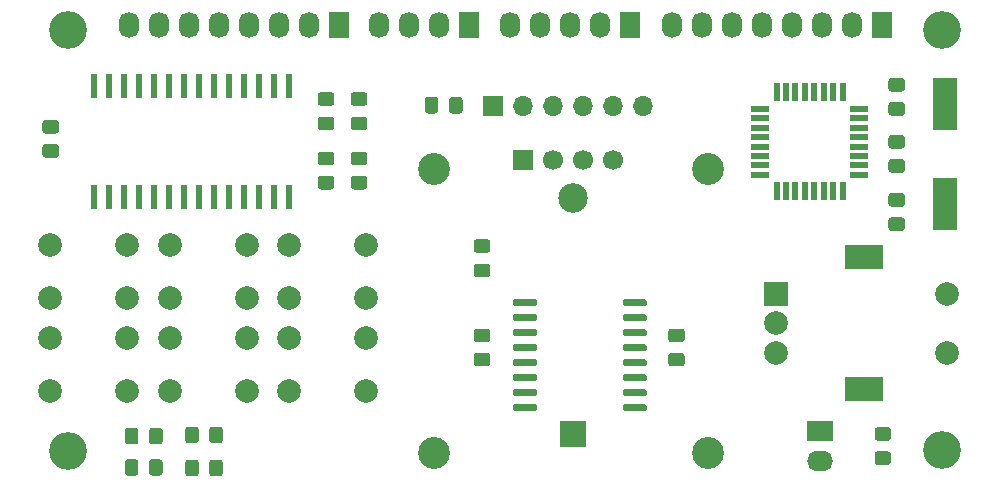
<source format=gbr>
G04 #@! TF.GenerationSoftware,KiCad,Pcbnew,(5.1.7)-1*
G04 #@! TF.CreationDate,2020-11-03T16:32:40+01:00*
G04 #@! TF.ProjectId,Timer,54696d65-722e-46b6-9963-61645f706362,rev?*
G04 #@! TF.SameCoordinates,Original*
G04 #@! TF.FileFunction,Soldermask,Top*
G04 #@! TF.FilePolarity,Negative*
%FSLAX46Y46*%
G04 Gerber Fmt 4.6, Leading zero omitted, Abs format (unit mm)*
G04 Created by KiCad (PCBNEW (5.1.7)-1) date 2020-11-03 16:32:40*
%MOMM*%
%LPD*%
G01*
G04 APERTURE LIST*
%ADD10O,1.700000X2.200000*%
%ADD11R,1.700000X2.200000*%
%ADD12R,0.550000X1.500000*%
%ADD13R,1.500000X0.550000*%
%ADD14C,2.000000*%
%ADD15R,2.000000X4.500000*%
%ADD16R,0.600000X2.000000*%
%ADD17C,2.700000*%
%ADD18R,1.700000X1.700000*%
%ADD19C,1.700000*%
%ADD20R,2.000000X2.000000*%
%ADD21R,3.200000X2.000000*%
%ADD22O,2.200000X1.700000*%
%ADD23R,2.200000X1.700000*%
%ADD24O,1.700000X1.700000*%
%ADD25C,3.200000*%
%ADD26C,2.500000*%
%ADD27R,2.170000X2.170000*%
G04 APERTURE END LIST*
D10*
X167195500Y-58928000D03*
X164655500Y-58928000D03*
X169735500Y-58928000D03*
X172275500Y-58928000D03*
X174815500Y-58928000D03*
X177355500Y-58928000D03*
X179895500Y-58928000D03*
D11*
X182435500Y-58928000D03*
D12*
X179076000Y-73034000D03*
X178276000Y-73034000D03*
X177476000Y-73034000D03*
X176676000Y-73034000D03*
X175876000Y-73034000D03*
X175076000Y-73034000D03*
X174276000Y-73034000D03*
X173476000Y-73034000D03*
D13*
X172076000Y-71634000D03*
X172076000Y-70834000D03*
X172076000Y-70034000D03*
X172076000Y-69234000D03*
X172076000Y-68434000D03*
X172076000Y-67634000D03*
X172076000Y-66834000D03*
X172076000Y-66034000D03*
D12*
X173476000Y-64634000D03*
X174276000Y-64634000D03*
X175076000Y-64634000D03*
X175876000Y-64634000D03*
X176676000Y-64634000D03*
X177476000Y-64634000D03*
X178276000Y-64634000D03*
D13*
X180476000Y-66034000D03*
X180476000Y-66834000D03*
X180476000Y-67634000D03*
X180476000Y-68434000D03*
X180476000Y-69234000D03*
X180476000Y-70034000D03*
X180476000Y-70834000D03*
X180476000Y-71634000D03*
D12*
X179076000Y-64634000D03*
G36*
G01*
X160443600Y-82605000D02*
X160443600Y-82305000D01*
G75*
G02*
X160593600Y-82155000I150000J0D01*
G01*
X162343600Y-82155000D01*
G75*
G02*
X162493600Y-82305000I0J-150000D01*
G01*
X162493600Y-82605000D01*
G75*
G02*
X162343600Y-82755000I-150000J0D01*
G01*
X160593600Y-82755000D01*
G75*
G02*
X160443600Y-82605000I0J150000D01*
G01*
G37*
G36*
G01*
X160443600Y-83875000D02*
X160443600Y-83575000D01*
G75*
G02*
X160593600Y-83425000I150000J0D01*
G01*
X162343600Y-83425000D01*
G75*
G02*
X162493600Y-83575000I0J-150000D01*
G01*
X162493600Y-83875000D01*
G75*
G02*
X162343600Y-84025000I-150000J0D01*
G01*
X160593600Y-84025000D01*
G75*
G02*
X160443600Y-83875000I0J150000D01*
G01*
G37*
G36*
G01*
X160443600Y-85145000D02*
X160443600Y-84845000D01*
G75*
G02*
X160593600Y-84695000I150000J0D01*
G01*
X162343600Y-84695000D01*
G75*
G02*
X162493600Y-84845000I0J-150000D01*
G01*
X162493600Y-85145000D01*
G75*
G02*
X162343600Y-85295000I-150000J0D01*
G01*
X160593600Y-85295000D01*
G75*
G02*
X160443600Y-85145000I0J150000D01*
G01*
G37*
G36*
G01*
X160443600Y-86415000D02*
X160443600Y-86115000D01*
G75*
G02*
X160593600Y-85965000I150000J0D01*
G01*
X162343600Y-85965000D01*
G75*
G02*
X162493600Y-86115000I0J-150000D01*
G01*
X162493600Y-86415000D01*
G75*
G02*
X162343600Y-86565000I-150000J0D01*
G01*
X160593600Y-86565000D01*
G75*
G02*
X160443600Y-86415000I0J150000D01*
G01*
G37*
G36*
G01*
X160443600Y-87685000D02*
X160443600Y-87385000D01*
G75*
G02*
X160593600Y-87235000I150000J0D01*
G01*
X162343600Y-87235000D01*
G75*
G02*
X162493600Y-87385000I0J-150000D01*
G01*
X162493600Y-87685000D01*
G75*
G02*
X162343600Y-87835000I-150000J0D01*
G01*
X160593600Y-87835000D01*
G75*
G02*
X160443600Y-87685000I0J150000D01*
G01*
G37*
G36*
G01*
X160443600Y-88955000D02*
X160443600Y-88655000D01*
G75*
G02*
X160593600Y-88505000I150000J0D01*
G01*
X162343600Y-88505000D01*
G75*
G02*
X162493600Y-88655000I0J-150000D01*
G01*
X162493600Y-88955000D01*
G75*
G02*
X162343600Y-89105000I-150000J0D01*
G01*
X160593600Y-89105000D01*
G75*
G02*
X160443600Y-88955000I0J150000D01*
G01*
G37*
G36*
G01*
X160443600Y-90225000D02*
X160443600Y-89925000D01*
G75*
G02*
X160593600Y-89775000I150000J0D01*
G01*
X162343600Y-89775000D01*
G75*
G02*
X162493600Y-89925000I0J-150000D01*
G01*
X162493600Y-90225000D01*
G75*
G02*
X162343600Y-90375000I-150000J0D01*
G01*
X160593600Y-90375000D01*
G75*
G02*
X160443600Y-90225000I0J150000D01*
G01*
G37*
G36*
G01*
X160443600Y-91495000D02*
X160443600Y-91195000D01*
G75*
G02*
X160593600Y-91045000I150000J0D01*
G01*
X162343600Y-91045000D01*
G75*
G02*
X162493600Y-91195000I0J-150000D01*
G01*
X162493600Y-91495000D01*
G75*
G02*
X162343600Y-91645000I-150000J0D01*
G01*
X160593600Y-91645000D01*
G75*
G02*
X160443600Y-91495000I0J150000D01*
G01*
G37*
G36*
G01*
X151143600Y-91495000D02*
X151143600Y-91195000D01*
G75*
G02*
X151293600Y-91045000I150000J0D01*
G01*
X153043600Y-91045000D01*
G75*
G02*
X153193600Y-91195000I0J-150000D01*
G01*
X153193600Y-91495000D01*
G75*
G02*
X153043600Y-91645000I-150000J0D01*
G01*
X151293600Y-91645000D01*
G75*
G02*
X151143600Y-91495000I0J150000D01*
G01*
G37*
G36*
G01*
X151143600Y-90225000D02*
X151143600Y-89925000D01*
G75*
G02*
X151293600Y-89775000I150000J0D01*
G01*
X153043600Y-89775000D01*
G75*
G02*
X153193600Y-89925000I0J-150000D01*
G01*
X153193600Y-90225000D01*
G75*
G02*
X153043600Y-90375000I-150000J0D01*
G01*
X151293600Y-90375000D01*
G75*
G02*
X151143600Y-90225000I0J150000D01*
G01*
G37*
G36*
G01*
X151143600Y-88955000D02*
X151143600Y-88655000D01*
G75*
G02*
X151293600Y-88505000I150000J0D01*
G01*
X153043600Y-88505000D01*
G75*
G02*
X153193600Y-88655000I0J-150000D01*
G01*
X153193600Y-88955000D01*
G75*
G02*
X153043600Y-89105000I-150000J0D01*
G01*
X151293600Y-89105000D01*
G75*
G02*
X151143600Y-88955000I0J150000D01*
G01*
G37*
G36*
G01*
X151143600Y-87685000D02*
X151143600Y-87385000D01*
G75*
G02*
X151293600Y-87235000I150000J0D01*
G01*
X153043600Y-87235000D01*
G75*
G02*
X153193600Y-87385000I0J-150000D01*
G01*
X153193600Y-87685000D01*
G75*
G02*
X153043600Y-87835000I-150000J0D01*
G01*
X151293600Y-87835000D01*
G75*
G02*
X151143600Y-87685000I0J150000D01*
G01*
G37*
G36*
G01*
X151143600Y-86415000D02*
X151143600Y-86115000D01*
G75*
G02*
X151293600Y-85965000I150000J0D01*
G01*
X153043600Y-85965000D01*
G75*
G02*
X153193600Y-86115000I0J-150000D01*
G01*
X153193600Y-86415000D01*
G75*
G02*
X153043600Y-86565000I-150000J0D01*
G01*
X151293600Y-86565000D01*
G75*
G02*
X151143600Y-86415000I0J150000D01*
G01*
G37*
G36*
G01*
X151143600Y-85145000D02*
X151143600Y-84845000D01*
G75*
G02*
X151293600Y-84695000I150000J0D01*
G01*
X153043600Y-84695000D01*
G75*
G02*
X153193600Y-84845000I0J-150000D01*
G01*
X153193600Y-85145000D01*
G75*
G02*
X153043600Y-85295000I-150000J0D01*
G01*
X151293600Y-85295000D01*
G75*
G02*
X151143600Y-85145000I0J150000D01*
G01*
G37*
G36*
G01*
X151143600Y-83875000D02*
X151143600Y-83575000D01*
G75*
G02*
X151293600Y-83425000I150000J0D01*
G01*
X153043600Y-83425000D01*
G75*
G02*
X153193600Y-83575000I0J-150000D01*
G01*
X153193600Y-83875000D01*
G75*
G02*
X153043600Y-84025000I-150000J0D01*
G01*
X151293600Y-84025000D01*
G75*
G02*
X151143600Y-83875000I0J150000D01*
G01*
G37*
G36*
G01*
X151143600Y-82605000D02*
X151143600Y-82305000D01*
G75*
G02*
X151293600Y-82155000I150000J0D01*
G01*
X153043600Y-82155000D01*
G75*
G02*
X153193600Y-82305000I0J-150000D01*
G01*
X153193600Y-82605000D01*
G75*
G02*
X153043600Y-82755000I-150000J0D01*
G01*
X151293600Y-82755000D01*
G75*
G02*
X151143600Y-82605000I0J150000D01*
G01*
G37*
G36*
G01*
X182923601Y-94148600D02*
X182023599Y-94148600D01*
G75*
G02*
X181773600Y-93898601I0J249999D01*
G01*
X181773600Y-93248599D01*
G75*
G02*
X182023599Y-92998600I249999J0D01*
G01*
X182923601Y-92998600D01*
G75*
G02*
X183173600Y-93248599I0J-249999D01*
G01*
X183173600Y-93898601D01*
G75*
G02*
X182923601Y-94148600I-249999J0D01*
G01*
G37*
G36*
G01*
X182923601Y-96198600D02*
X182023599Y-96198600D01*
G75*
G02*
X181773600Y-95948601I0J249999D01*
G01*
X181773600Y-95298599D01*
G75*
G02*
X182023599Y-95048600I249999J0D01*
G01*
X182923601Y-95048600D01*
G75*
G02*
X183173600Y-95298599I0J-249999D01*
G01*
X183173600Y-95948601D01*
G75*
G02*
X182923601Y-96198600I-249999J0D01*
G01*
G37*
G36*
G01*
X164543599Y-86699400D02*
X165443601Y-86699400D01*
G75*
G02*
X165693600Y-86949399I0J-249999D01*
G01*
X165693600Y-87599401D01*
G75*
G02*
X165443601Y-87849400I-249999J0D01*
G01*
X164543599Y-87849400D01*
G75*
G02*
X164293600Y-87599401I0J249999D01*
G01*
X164293600Y-86949399D01*
G75*
G02*
X164543599Y-86699400I249999J0D01*
G01*
G37*
G36*
G01*
X164543599Y-84649400D02*
X165443601Y-84649400D01*
G75*
G02*
X165693600Y-84899399I0J-249999D01*
G01*
X165693600Y-85549401D01*
G75*
G02*
X165443601Y-85799400I-249999J0D01*
G01*
X164543599Y-85799400D01*
G75*
G02*
X164293600Y-85549401I0J249999D01*
G01*
X164293600Y-84899399D01*
G75*
G02*
X164543599Y-84649400I249999J0D01*
G01*
G37*
G36*
G01*
X124550000Y-95999999D02*
X124550000Y-96900001D01*
G75*
G02*
X124300001Y-97150000I-249999J0D01*
G01*
X123649999Y-97150000D01*
G75*
G02*
X123400000Y-96900001I0J249999D01*
G01*
X123400000Y-95999999D01*
G75*
G02*
X123649999Y-95750000I249999J0D01*
G01*
X124300001Y-95750000D01*
G75*
G02*
X124550000Y-95999999I0J-249999D01*
G01*
G37*
G36*
G01*
X126600000Y-95999999D02*
X126600000Y-96900001D01*
G75*
G02*
X126350001Y-97150000I-249999J0D01*
G01*
X125699999Y-97150000D01*
G75*
G02*
X125450000Y-96900001I0J249999D01*
G01*
X125450000Y-95999999D01*
G75*
G02*
X125699999Y-95750000I249999J0D01*
G01*
X126350001Y-95750000D01*
G75*
G02*
X126600000Y-95999999I0J-249999D01*
G01*
G37*
G36*
G01*
X119450000Y-95949999D02*
X119450000Y-96850001D01*
G75*
G02*
X119200001Y-97100000I-249999J0D01*
G01*
X118549999Y-97100000D01*
G75*
G02*
X118300000Y-96850001I0J249999D01*
G01*
X118300000Y-95949999D01*
G75*
G02*
X118549999Y-95700000I249999J0D01*
G01*
X119200001Y-95700000D01*
G75*
G02*
X119450000Y-95949999I0J-249999D01*
G01*
G37*
G36*
G01*
X121500000Y-95949999D02*
X121500000Y-96850001D01*
G75*
G02*
X121250001Y-97100000I-249999J0D01*
G01*
X120599999Y-97100000D01*
G75*
G02*
X120350000Y-96850001I0J249999D01*
G01*
X120350000Y-95949999D01*
G75*
G02*
X120599999Y-95700000I249999J0D01*
G01*
X121250001Y-95700000D01*
G75*
G02*
X121500000Y-95949999I0J-249999D01*
G01*
G37*
G36*
G01*
X125450000Y-94100001D02*
X125450000Y-93199999D01*
G75*
G02*
X125699999Y-92950000I249999J0D01*
G01*
X126350001Y-92950000D01*
G75*
G02*
X126600000Y-93199999I0J-249999D01*
G01*
X126600000Y-94100001D01*
G75*
G02*
X126350001Y-94350000I-249999J0D01*
G01*
X125699999Y-94350000D01*
G75*
G02*
X125450000Y-94100001I0J249999D01*
G01*
G37*
G36*
G01*
X123400000Y-94100001D02*
X123400000Y-93199999D01*
G75*
G02*
X123649999Y-92950000I249999J0D01*
G01*
X124300001Y-92950000D01*
G75*
G02*
X124550000Y-93199999I0J-249999D01*
G01*
X124550000Y-94100001D01*
G75*
G02*
X124300001Y-94350000I-249999J0D01*
G01*
X123649999Y-94350000D01*
G75*
G02*
X123400000Y-94100001I0J249999D01*
G01*
G37*
G36*
G01*
X120350000Y-94200001D02*
X120350000Y-93299999D01*
G75*
G02*
X120599999Y-93050000I249999J0D01*
G01*
X121250001Y-93050000D01*
G75*
G02*
X121500000Y-93299999I0J-249999D01*
G01*
X121500000Y-94200001D01*
G75*
G02*
X121250001Y-94450000I-249999J0D01*
G01*
X120599999Y-94450000D01*
G75*
G02*
X120350000Y-94200001I0J249999D01*
G01*
G37*
G36*
G01*
X118300000Y-94200001D02*
X118300000Y-93299999D01*
G75*
G02*
X118549999Y-93050000I249999J0D01*
G01*
X119200001Y-93050000D01*
G75*
G02*
X119450000Y-93299999I0J-249999D01*
G01*
X119450000Y-94200001D01*
G75*
G02*
X119200001Y-94450000I-249999J0D01*
G01*
X118549999Y-94450000D01*
G75*
G02*
X118300000Y-94200001I0J249999D01*
G01*
G37*
D14*
X132218000Y-89902000D03*
X132218000Y-85402000D03*
X138718000Y-89902000D03*
X138718000Y-85402000D03*
X122107000Y-89902000D03*
X122107000Y-85402000D03*
X128607000Y-89902000D03*
X128607000Y-85402000D03*
X111996000Y-89902000D03*
X111996000Y-85402000D03*
X118496000Y-89902000D03*
X118496000Y-85402000D03*
X132218000Y-82080000D03*
X132218000Y-77580000D03*
X138718000Y-82080000D03*
X138718000Y-77580000D03*
X122107000Y-82080000D03*
X122107000Y-77580000D03*
X128607000Y-82080000D03*
X128607000Y-77580000D03*
X111996000Y-82080000D03*
X111996000Y-77580000D03*
X118496000Y-82080000D03*
X118496000Y-77580000D03*
D15*
X187706000Y-74100000D03*
X187706000Y-65600000D03*
D16*
X115697000Y-64134000D03*
X116967000Y-64134000D03*
X118237000Y-64134000D03*
X119507000Y-64134000D03*
X120777000Y-64134000D03*
X122047000Y-64134000D03*
X123317000Y-64134000D03*
X124587000Y-64134000D03*
X125857000Y-64134000D03*
X127127000Y-64134000D03*
X128397000Y-64134000D03*
X129667000Y-64134000D03*
X130937000Y-64134000D03*
X132207000Y-64134000D03*
X132207000Y-73534000D03*
X130937000Y-73534000D03*
X129667000Y-73534000D03*
X128397000Y-73534000D03*
X127127000Y-73534000D03*
X125857000Y-73534000D03*
X124587000Y-73534000D03*
X123317000Y-73534000D03*
X122047000Y-73534000D03*
X120777000Y-73534000D03*
X119507000Y-73534000D03*
X118237000Y-73534000D03*
X116967000Y-73534000D03*
X115697000Y-73534000D03*
D17*
X144443600Y-71150000D03*
X167643600Y-95150000D03*
X144443600Y-95150000D03*
X167643600Y-71150000D03*
D18*
X152043600Y-70350000D03*
D19*
X154583600Y-70350000D03*
X157123600Y-70350000D03*
X159663600Y-70350000D03*
D20*
X173400000Y-81700000D03*
D14*
X173400000Y-84200000D03*
X173400000Y-86700000D03*
D21*
X180900000Y-78600000D03*
X180900000Y-89800000D03*
D14*
X187900000Y-81700000D03*
X187900000Y-86700000D03*
G36*
G01*
X138575201Y-65793200D02*
X137675199Y-65793200D01*
G75*
G02*
X137425200Y-65543201I0J249999D01*
G01*
X137425200Y-64893199D01*
G75*
G02*
X137675199Y-64643200I249999J0D01*
G01*
X138575201Y-64643200D01*
G75*
G02*
X138825200Y-64893199I0J-249999D01*
G01*
X138825200Y-65543201D01*
G75*
G02*
X138575201Y-65793200I-249999J0D01*
G01*
G37*
G36*
G01*
X138575201Y-67843200D02*
X137675199Y-67843200D01*
G75*
G02*
X137425200Y-67593201I0J249999D01*
G01*
X137425200Y-66943199D01*
G75*
G02*
X137675199Y-66693200I249999J0D01*
G01*
X138575201Y-66693200D01*
G75*
G02*
X138825200Y-66943199I0J-249999D01*
G01*
X138825200Y-67593201D01*
G75*
G02*
X138575201Y-67843200I-249999J0D01*
G01*
G37*
G36*
G01*
X137675199Y-71722400D02*
X138575201Y-71722400D01*
G75*
G02*
X138825200Y-71972399I0J-249999D01*
G01*
X138825200Y-72622401D01*
G75*
G02*
X138575201Y-72872400I-249999J0D01*
G01*
X137675199Y-72872400D01*
G75*
G02*
X137425200Y-72622401I0J249999D01*
G01*
X137425200Y-71972399D01*
G75*
G02*
X137675199Y-71722400I249999J0D01*
G01*
G37*
G36*
G01*
X137675199Y-69672400D02*
X138575201Y-69672400D01*
G75*
G02*
X138825200Y-69922399I0J-249999D01*
G01*
X138825200Y-70572401D01*
G75*
G02*
X138575201Y-70822400I-249999J0D01*
G01*
X137675199Y-70822400D01*
G75*
G02*
X137425200Y-70572401I0J249999D01*
G01*
X137425200Y-69922399D01*
G75*
G02*
X137675199Y-69672400I249999J0D01*
G01*
G37*
G36*
G01*
X134881199Y-71722400D02*
X135781201Y-71722400D01*
G75*
G02*
X136031200Y-71972399I0J-249999D01*
G01*
X136031200Y-72622401D01*
G75*
G02*
X135781201Y-72872400I-249999J0D01*
G01*
X134881199Y-72872400D01*
G75*
G02*
X134631200Y-72622401I0J249999D01*
G01*
X134631200Y-71972399D01*
G75*
G02*
X134881199Y-71722400I249999J0D01*
G01*
G37*
G36*
G01*
X134881199Y-69672400D02*
X135781201Y-69672400D01*
G75*
G02*
X136031200Y-69922399I0J-249999D01*
G01*
X136031200Y-70572401D01*
G75*
G02*
X135781201Y-70822400I-249999J0D01*
G01*
X134881199Y-70822400D01*
G75*
G02*
X134631200Y-70572401I0J249999D01*
G01*
X134631200Y-69922399D01*
G75*
G02*
X134881199Y-69672400I249999J0D01*
G01*
G37*
G36*
G01*
X148989201Y-78239200D02*
X148089199Y-78239200D01*
G75*
G02*
X147839200Y-77989201I0J249999D01*
G01*
X147839200Y-77339199D01*
G75*
G02*
X148089199Y-77089200I249999J0D01*
G01*
X148989201Y-77089200D01*
G75*
G02*
X149239200Y-77339199I0J-249999D01*
G01*
X149239200Y-77989201D01*
G75*
G02*
X148989201Y-78239200I-249999J0D01*
G01*
G37*
G36*
G01*
X148989201Y-80289200D02*
X148089199Y-80289200D01*
G75*
G02*
X147839200Y-80039201I0J249999D01*
G01*
X147839200Y-79389199D01*
G75*
G02*
X148089199Y-79139200I249999J0D01*
G01*
X148989201Y-79139200D01*
G75*
G02*
X149239200Y-79389199I0J-249999D01*
G01*
X149239200Y-80039201D01*
G75*
G02*
X148989201Y-80289200I-249999J0D01*
G01*
G37*
D22*
X177115800Y-95862000D03*
D23*
X177115800Y-93322000D03*
D10*
X121158000Y-58928000D03*
X118618000Y-58928000D03*
X123698000Y-58928000D03*
X126238000Y-58928000D03*
X128778000Y-58928000D03*
X131318000Y-58928000D03*
X133858000Y-58928000D03*
D11*
X136398000Y-58928000D03*
D10*
X139852400Y-58928000D03*
X142392400Y-58928000D03*
X144932400Y-58928000D03*
D11*
X147472400Y-58928000D03*
D10*
X150926800Y-58928000D03*
X153466800Y-58928000D03*
X156006800Y-58928000D03*
X158546800Y-58928000D03*
D11*
X161086800Y-58928000D03*
D24*
X162204400Y-65786000D03*
X159664400Y-65786000D03*
X157124400Y-65786000D03*
X154584400Y-65786000D03*
X152044400Y-65786000D03*
D18*
X149504400Y-65786000D03*
D25*
X187452000Y-94894400D03*
X187500000Y-59400000D03*
X113500000Y-94996000D03*
X113450000Y-59400000D03*
G36*
G01*
X183191999Y-75227600D02*
X184092001Y-75227600D01*
G75*
G02*
X184342000Y-75477599I0J-249999D01*
G01*
X184342000Y-76127601D01*
G75*
G02*
X184092001Y-76377600I-249999J0D01*
G01*
X183191999Y-76377600D01*
G75*
G02*
X182942000Y-76127601I0J249999D01*
G01*
X182942000Y-75477599D01*
G75*
G02*
X183191999Y-75227600I249999J0D01*
G01*
G37*
G36*
G01*
X183191999Y-73177600D02*
X184092001Y-73177600D01*
G75*
G02*
X184342000Y-73427599I0J-249999D01*
G01*
X184342000Y-74077601D01*
G75*
G02*
X184092001Y-74327600I-249999J0D01*
G01*
X183191999Y-74327600D01*
G75*
G02*
X182942000Y-74077601I0J249999D01*
G01*
X182942000Y-73427599D01*
G75*
G02*
X183191999Y-73177600I249999J0D01*
G01*
G37*
G36*
G01*
X183191999Y-65474000D02*
X184092001Y-65474000D01*
G75*
G02*
X184342000Y-65723999I0J-249999D01*
G01*
X184342000Y-66374001D01*
G75*
G02*
X184092001Y-66624000I-249999J0D01*
G01*
X183191999Y-66624000D01*
G75*
G02*
X182942000Y-66374001I0J249999D01*
G01*
X182942000Y-65723999D01*
G75*
G02*
X183191999Y-65474000I249999J0D01*
G01*
G37*
G36*
G01*
X183191999Y-63424000D02*
X184092001Y-63424000D01*
G75*
G02*
X184342000Y-63673999I0J-249999D01*
G01*
X184342000Y-64324001D01*
G75*
G02*
X184092001Y-64574000I-249999J0D01*
G01*
X183191999Y-64574000D01*
G75*
G02*
X182942000Y-64324001I0J249999D01*
G01*
X182942000Y-63673999D01*
G75*
G02*
X183191999Y-63424000I249999J0D01*
G01*
G37*
G36*
G01*
X184092001Y-69400000D02*
X183191999Y-69400000D01*
G75*
G02*
X182942000Y-69150001I0J249999D01*
G01*
X182942000Y-68499999D01*
G75*
G02*
X183191999Y-68250000I249999J0D01*
G01*
X184092001Y-68250000D01*
G75*
G02*
X184342000Y-68499999I0J-249999D01*
G01*
X184342000Y-69150001D01*
G75*
G02*
X184092001Y-69400000I-249999J0D01*
G01*
G37*
G36*
G01*
X184092001Y-71450000D02*
X183191999Y-71450000D01*
G75*
G02*
X182942000Y-71200001I0J249999D01*
G01*
X182942000Y-70549999D01*
G75*
G02*
X183191999Y-70300000I249999J0D01*
G01*
X184092001Y-70300000D01*
G75*
G02*
X184342000Y-70549999I0J-249999D01*
G01*
X184342000Y-71200001D01*
G75*
G02*
X184092001Y-71450000I-249999J0D01*
G01*
G37*
G36*
G01*
X135781201Y-65793200D02*
X134881199Y-65793200D01*
G75*
G02*
X134631200Y-65543201I0J249999D01*
G01*
X134631200Y-64893199D01*
G75*
G02*
X134881199Y-64643200I249999J0D01*
G01*
X135781201Y-64643200D01*
G75*
G02*
X136031200Y-64893199I0J-249999D01*
G01*
X136031200Y-65543201D01*
G75*
G02*
X135781201Y-65793200I-249999J0D01*
G01*
G37*
G36*
G01*
X135781201Y-67843200D02*
X134881199Y-67843200D01*
G75*
G02*
X134631200Y-67593201I0J249999D01*
G01*
X134631200Y-66943199D01*
G75*
G02*
X134881199Y-66693200I249999J0D01*
G01*
X135781201Y-66693200D01*
G75*
G02*
X136031200Y-66943199I0J-249999D01*
G01*
X136031200Y-67593201D01*
G75*
G02*
X135781201Y-67843200I-249999J0D01*
G01*
G37*
G36*
G01*
X112464001Y-68130000D02*
X111563999Y-68130000D01*
G75*
G02*
X111314000Y-67880001I0J249999D01*
G01*
X111314000Y-67229999D01*
G75*
G02*
X111563999Y-66980000I249999J0D01*
G01*
X112464001Y-66980000D01*
G75*
G02*
X112714000Y-67229999I0J-249999D01*
G01*
X112714000Y-67880001D01*
G75*
G02*
X112464001Y-68130000I-249999J0D01*
G01*
G37*
G36*
G01*
X112464001Y-70180000D02*
X111563999Y-70180000D01*
G75*
G02*
X111314000Y-69930001I0J249999D01*
G01*
X111314000Y-69279999D01*
G75*
G02*
X111563999Y-69030000I249999J0D01*
G01*
X112464001Y-69030000D01*
G75*
G02*
X112714000Y-69279999I0J-249999D01*
G01*
X112714000Y-69930001D01*
G75*
G02*
X112464001Y-70180000I-249999J0D01*
G01*
G37*
G36*
G01*
X148089199Y-86699400D02*
X148989201Y-86699400D01*
G75*
G02*
X149239200Y-86949399I0J-249999D01*
G01*
X149239200Y-87599401D01*
G75*
G02*
X148989201Y-87849400I-249999J0D01*
G01*
X148089199Y-87849400D01*
G75*
G02*
X147839200Y-87599401I0J249999D01*
G01*
X147839200Y-86949399D01*
G75*
G02*
X148089199Y-86699400I249999J0D01*
G01*
G37*
G36*
G01*
X148089199Y-84649400D02*
X148989201Y-84649400D01*
G75*
G02*
X149239200Y-84899399I0J-249999D01*
G01*
X149239200Y-85549401D01*
G75*
G02*
X148989201Y-85799400I-249999J0D01*
G01*
X148089199Y-85799400D01*
G75*
G02*
X147839200Y-85549401I0J249999D01*
G01*
X147839200Y-84899399D01*
G75*
G02*
X148089199Y-84649400I249999J0D01*
G01*
G37*
G36*
G01*
X144838000Y-65285199D02*
X144838000Y-66185201D01*
G75*
G02*
X144588001Y-66435200I-249999J0D01*
G01*
X143937999Y-66435200D01*
G75*
G02*
X143688000Y-66185201I0J249999D01*
G01*
X143688000Y-65285199D01*
G75*
G02*
X143937999Y-65035200I249999J0D01*
G01*
X144588001Y-65035200D01*
G75*
G02*
X144838000Y-65285199I0J-249999D01*
G01*
G37*
G36*
G01*
X146888000Y-65285199D02*
X146888000Y-66185201D01*
G75*
G02*
X146638001Y-66435200I-249999J0D01*
G01*
X145987999Y-66435200D01*
G75*
G02*
X145738000Y-66185201I0J249999D01*
G01*
X145738000Y-65285199D01*
G75*
G02*
X145987999Y-65035200I249999J0D01*
G01*
X146638001Y-65035200D01*
G75*
G02*
X146888000Y-65285199I0J-249999D01*
G01*
G37*
D26*
X156225000Y-73609200D03*
D27*
X156225000Y-93609200D03*
M02*

</source>
